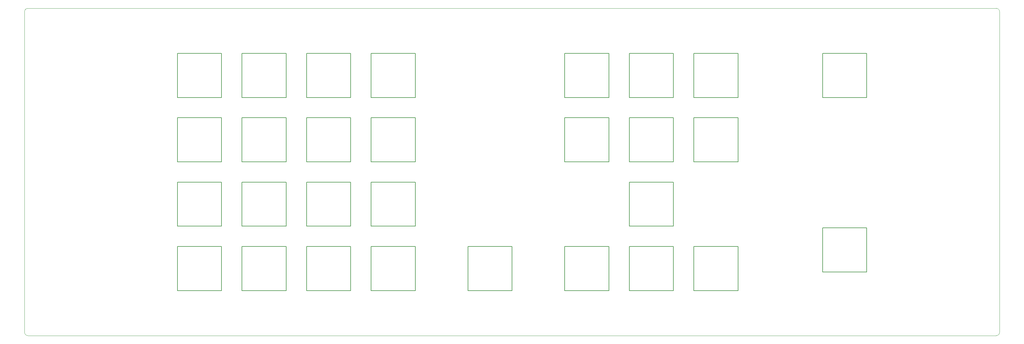
<source format=gm1>
G04 #@! TF.GenerationSoftware,KiCad,Pcbnew,(6.0.7-1)-1*
G04 #@! TF.CreationDate,2022-09-15T21:48:11+02:00*
G04 #@! TF.ProjectId,yts-switchblade,7974732d-7377-4697-9463-68626c616465,rev?*
G04 #@! TF.SameCoordinates,Original*
G04 #@! TF.FileFunction,Profile,NP*
%FSLAX46Y46*%
G04 Gerber Fmt 4.6, Leading zero omitted, Abs format (unit mm)*
G04 Created by KiCad (PCBNEW (6.0.7-1)-1) date 2022-09-15 21:48:11*
%MOMM*%
%LPD*%
G01*
G04 APERTURE LIST*
G04 #@! TA.AperFunction,Profile*
%ADD10C,0.100000*%
G04 #@! TD*
G04 #@! TA.AperFunction,Profile*
%ADD11C,0.150000*%
G04 #@! TD*
G04 APERTURE END LIST*
D10*
X318000000Y-37000000D02*
G75*
G03*
X317000000Y-36000000I-1000000J0D01*
G01*
X317000000Y-132600000D02*
G75*
G03*
X318000000Y-131600000I0J1000000D01*
G01*
X31000000Y-131600000D02*
G75*
G03*
X32000000Y-132600000I1000000J0D01*
G01*
X32000000Y-36000000D02*
G75*
G03*
X31000000Y-37000000I0J-1000000D01*
G01*
D11*
X209000000Y-68300000D02*
X222000000Y-68300000D01*
X222000000Y-68300000D02*
X222000000Y-81300000D01*
X222000000Y-81300000D02*
X209000000Y-81300000D01*
X209000000Y-81300000D02*
X209000000Y-68300000D01*
X265900000Y-49300000D02*
X278900000Y-49300000D01*
X278900000Y-49300000D02*
X278900000Y-62300000D01*
X278900000Y-62300000D02*
X265900000Y-62300000D01*
X265900000Y-62300000D02*
X265900000Y-49300000D01*
X265900000Y-100800000D02*
X278900000Y-100800000D01*
X278900000Y-100800000D02*
X278900000Y-113800000D01*
X278900000Y-113800000D02*
X265900000Y-113800000D01*
X265900000Y-113800000D02*
X265900000Y-100800000D01*
X114000000Y-68300000D02*
X127000000Y-68300000D01*
X127000000Y-68300000D02*
X127000000Y-81300000D01*
X127000000Y-81300000D02*
X114000000Y-81300000D01*
X114000000Y-81300000D02*
X114000000Y-68300000D01*
X190000000Y-106300000D02*
X203000000Y-106300000D01*
X203000000Y-106300000D02*
X203000000Y-119300000D01*
X203000000Y-119300000D02*
X190000000Y-119300000D01*
X190000000Y-119300000D02*
X190000000Y-106300000D01*
X228000000Y-49300000D02*
X241000000Y-49300000D01*
X241000000Y-49300000D02*
X241000000Y-62300000D01*
X241000000Y-62300000D02*
X228000000Y-62300000D01*
X228000000Y-62300000D02*
X228000000Y-49300000D01*
X76000000Y-49300000D02*
X89000000Y-49300000D01*
X89000000Y-49300000D02*
X89000000Y-62300000D01*
X89000000Y-62300000D02*
X76000000Y-62300000D01*
X76000000Y-62300000D02*
X76000000Y-49300000D01*
D10*
X317000000Y-36000000D02*
X32000000Y-36000000D01*
D11*
X209000000Y-49300000D02*
X222000000Y-49300000D01*
X222000000Y-49300000D02*
X222000000Y-62300000D01*
X222000000Y-62300000D02*
X209000000Y-62300000D01*
X209000000Y-62300000D02*
X209000000Y-49300000D01*
X190000000Y-68300000D02*
X203000000Y-68300000D01*
X203000000Y-68300000D02*
X203000000Y-81300000D01*
X203000000Y-81300000D02*
X190000000Y-81300000D01*
X190000000Y-81300000D02*
X190000000Y-68300000D01*
X133000000Y-68300000D02*
X146000000Y-68300000D01*
X146000000Y-68300000D02*
X146000000Y-81300000D01*
X146000000Y-81300000D02*
X133000000Y-81300000D01*
X133000000Y-81300000D02*
X133000000Y-68300000D01*
X209000000Y-87300000D02*
X222000000Y-87300000D01*
X222000000Y-87300000D02*
X222000000Y-100300000D01*
X222000000Y-100300000D02*
X209000000Y-100300000D01*
X209000000Y-100300000D02*
X209000000Y-87300000D01*
X190000000Y-49300000D02*
X203000000Y-49300000D01*
X203000000Y-49300000D02*
X203000000Y-62300000D01*
X203000000Y-62300000D02*
X190000000Y-62300000D01*
X190000000Y-62300000D02*
X190000000Y-49300000D01*
X114000000Y-87300000D02*
X127000000Y-87300000D01*
X127000000Y-87300000D02*
X127000000Y-100300000D01*
X127000000Y-100300000D02*
X114000000Y-100300000D01*
X114000000Y-100300000D02*
X114000000Y-87300000D01*
X76000000Y-106300000D02*
X89000000Y-106300000D01*
X89000000Y-106300000D02*
X89000000Y-119300000D01*
X89000000Y-119300000D02*
X76000000Y-119300000D01*
X76000000Y-119300000D02*
X76000000Y-106300000D01*
X95000000Y-68300000D02*
X108000000Y-68300000D01*
X108000000Y-68300000D02*
X108000000Y-81300000D01*
X108000000Y-81300000D02*
X95000000Y-81300000D01*
X95000000Y-81300000D02*
X95000000Y-68300000D01*
D10*
X32000000Y-132600000D02*
X317000000Y-132600000D01*
D11*
X76000000Y-68300000D02*
X89000000Y-68300000D01*
X89000000Y-68300000D02*
X89000000Y-81300000D01*
X89000000Y-81300000D02*
X76000000Y-81300000D01*
X76000000Y-81300000D02*
X76000000Y-68300000D01*
X228000000Y-106300000D02*
X241000000Y-106300000D01*
X241000000Y-106300000D02*
X241000000Y-119300000D01*
X241000000Y-119300000D02*
X228000000Y-119300000D01*
X228000000Y-119300000D02*
X228000000Y-106300000D01*
X133000000Y-87300000D02*
X146000000Y-87300000D01*
X146000000Y-87300000D02*
X146000000Y-100300000D01*
X146000000Y-100300000D02*
X133000000Y-100300000D01*
X133000000Y-100300000D02*
X133000000Y-87300000D01*
X133000000Y-106300000D02*
X146000000Y-106300000D01*
X146000000Y-106300000D02*
X146000000Y-119300000D01*
X146000000Y-119300000D02*
X133000000Y-119300000D01*
X133000000Y-119300000D02*
X133000000Y-106300000D01*
X114000000Y-49300000D02*
X127000000Y-49300000D01*
X127000000Y-49300000D02*
X127000000Y-62300000D01*
X127000000Y-62300000D02*
X114000000Y-62300000D01*
X114000000Y-62300000D02*
X114000000Y-49300000D01*
X76000000Y-87300000D02*
X89000000Y-87300000D01*
X89000000Y-87300000D02*
X89000000Y-100300000D01*
X89000000Y-100300000D02*
X76000000Y-100300000D01*
X76000000Y-100300000D02*
X76000000Y-87300000D01*
X114000000Y-106300000D02*
X127000000Y-106300000D01*
X127000000Y-106300000D02*
X127000000Y-119300000D01*
X127000000Y-119300000D02*
X114000000Y-119300000D01*
X114000000Y-119300000D02*
X114000000Y-106300000D01*
X209000000Y-106300000D02*
X222000000Y-106300000D01*
X222000000Y-106300000D02*
X222000000Y-119300000D01*
X222000000Y-119300000D02*
X209000000Y-119300000D01*
X209000000Y-119300000D02*
X209000000Y-106300000D01*
X228000000Y-68300000D02*
X241000000Y-68300000D01*
X241000000Y-68300000D02*
X241000000Y-81300000D01*
X241000000Y-81300000D02*
X228000000Y-81300000D01*
X228000000Y-81300000D02*
X228000000Y-68300000D01*
X161500000Y-106300000D02*
X174500000Y-106300000D01*
X174500000Y-106300000D02*
X174500000Y-119300000D01*
X174500000Y-119300000D02*
X161500000Y-119300000D01*
X161500000Y-119300000D02*
X161500000Y-106300000D01*
X133000000Y-49300000D02*
X146000000Y-49300000D01*
X146000000Y-49300000D02*
X146000000Y-62300000D01*
X146000000Y-62300000D02*
X133000000Y-62300000D01*
X133000000Y-62300000D02*
X133000000Y-49300000D01*
X95000000Y-106300000D02*
X108000000Y-106300000D01*
X108000000Y-106300000D02*
X108000000Y-119300000D01*
X108000000Y-119300000D02*
X95000000Y-119300000D01*
X95000000Y-119300000D02*
X95000000Y-106300000D01*
X95000000Y-49300000D02*
X108000000Y-49300000D01*
X108000000Y-49300000D02*
X108000000Y-62300000D01*
X108000000Y-62300000D02*
X95000000Y-62300000D01*
X95000000Y-62300000D02*
X95000000Y-49300000D01*
X95000000Y-87300000D02*
X108000000Y-87300000D01*
X108000000Y-87300000D02*
X108000000Y-100300000D01*
X108000000Y-100300000D02*
X95000000Y-100300000D01*
X95000000Y-100300000D02*
X95000000Y-87300000D01*
D10*
X31000000Y-37000000D02*
X31000000Y-131600000D01*
X318000000Y-131600000D02*
X318000000Y-37000000D01*
M02*

</source>
